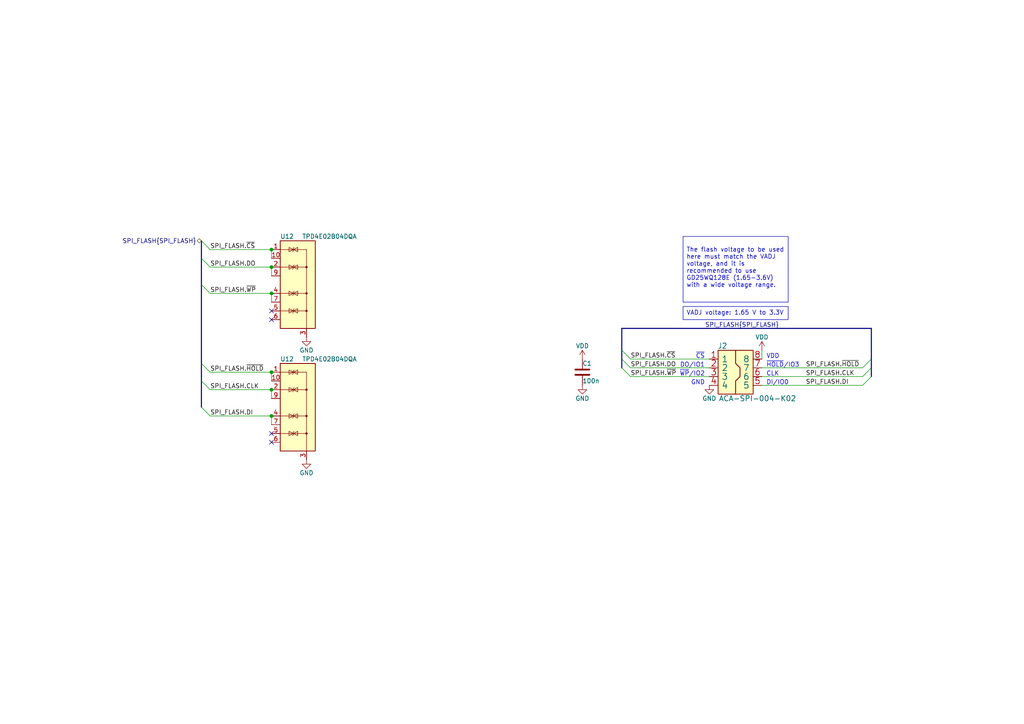
<source format=kicad_sch>
(kicad_sch (version 20230121) (generator eeschema)
  (paper "A4")
  (title_block (title "SPI FLASH") (date "2023-03-02") (rev "1.0.0") (company "CHIPS Alliance") (comment 1 "Rui Huang (2023-03-02)") (comment 2 "Rui Huang (2023-03-02)") (comment 4 "Rui Huang (2023-03-02)"))
  (lib_symbols
    (symbol "CHIPSAlliance_Connector:ACA-SPI-004-K02" (pin_names (offset 1.016))
      (property "Reference" "J" (at 0 0 0))
      (property "Value" "ACA-SPI-004-K02" (at 0 -15.24 0))
      (symbol "ACA-SPI-004-K02_0_1"
        (polyline (pts (xy 5.08 0) (xy 5.08 -3.81) (xy 6.35 -5.08) (xy 6.35 -7.62) (xy 5.08 -8.89) (xy 5.08 -12.7)) (stroke (width 0.254)))
        (rectangle (start 0 0) (end 10.16 -12.7) (stroke (width 0.254)) (fill (type background)))
        (pin passive line (at -2.54 -2.54 0) (length 2.54) (name "1") (number "1"))
        (pin passive line (at -2.54 -5.08 0) (length 2.54) (name "2") (number "2"))
        (pin passive line (at -2.54 -7.62 0) (length 2.54) (name "3") (number "3"))
        (pin passive line (at -2.54 -10.16 0) (length 2.54) (name "4") (number "4"))
        (pin passive line (at 12.7 -10.16 180) (length 2.54) (name "5") (number "5"))
        (pin passive line (at 12.7 -7.62 180) (length 2.54) (name "6") (number "6"))
        (pin passive line (at 12.7 -5.08 180) (length 2.54) (name "7") (number "7"))
        (pin passive line (at 12.7 -2.54 180) (length 2.54) (name "8") (number "8"))
      )
    )
    (symbol "Device:C" (pin_numbers hide) (pin_names (offset 0.254))
      (property "Reference" "C" (at 0.635 2.54 0))
      (property "Value" "C" (at 0.635 -2.54 0))
      (symbol "C_0_1"
        (polyline (pts (xy -2.032 -0.762) (xy 2.032 -0.762)) (stroke (width 0.508)))
        (polyline (pts (xy -2.032 0.762) (xy 2.032 0.762)) (stroke (width 0.508)))
      )
      (symbol "C_1_1"
        (pin passive line (at 0 3.81 270) (length 2.794) (name "~") (number "1"))
        (pin passive line (at 0 -3.81 90) (length 2.794) (name "~") (number "2"))
      )
    )
    (symbol "Power_Protection:TPD4E02B04DQA" (pin_names hide)
      (property "Reference" "U" (at 2.54 -11.43 0))
      (property "Value" "TPD4E02B04DQA" (at 7.62 1.905 0))
      (symbol "TPD4E02B04DQA_0_0"
        (pin passive line (at 2.54 -15.24 90) (length 2.54) (name "G") (number "3"))
      )
      (symbol "TPD4E02B04DQA_0_1"
        (rectangle (start -5.08 12.7) (end 5.08 -12.7) (stroke (width 0.254)) (fill (type background)))
        (polyline (pts (xy -5.08 -7.62) (xy 2.54 -7.62)))
        (polyline (pts (xy -5.08 -2.54) (xy 2.54 -2.54)))
        (polyline (pts (xy -5.08 5.08) (xy 2.54 5.08)))
        (polyline (pts (xy -5.08 10.16) (xy 2.54 10.16)))
        (polyline (pts (xy 2.54 10.16) (xy 2.54 -12.7)) (stroke (width 0.1524)))
        (polyline (pts (xy -1.27 -7.62) (xy 0 -8.255) (xy 0 -6.985) (xy -1.27 -7.62)))
        (polyline (pts (xy -1.27 -2.54) (xy 0 -3.175) (xy 0 -1.905) (xy -1.27 -2.54)))
        (polyline (pts (xy -1.27 5.08) (xy 0 4.445) (xy 0 5.715) (xy -1.27 5.08)))
        (polyline (pts (xy -1.27 10.16) (xy 0 9.525) (xy 0 10.795) (xy -1.27 10.16)))
        (circle (center 2.54 -7.62) (radius 0.254) (fill (type outline)))
        (circle (center 2.54 -2.54) (radius 0.254) (fill (type outline)))
        (circle (center 2.54 5.08) (radius 0.254) (fill (type outline)))
      )
      (symbol "TPD4E02B04DQA_1_1"
        (polyline (pts (xy -1.524 -8.255) (xy -1.27 -8.001) (xy -1.27 -7.239) (xy -1.016 -6.985)))
        (polyline (pts (xy -1.524 -3.175) (xy -1.27 -2.921) (xy -1.27 -2.159) (xy -1.016 -1.905)))
        (polyline (pts (xy -1.524 4.445) (xy -1.27 4.699) (xy -1.27 5.461) (xy -1.016 5.715)))
        (polyline (pts (xy -1.524 9.525) (xy -1.27 9.779) (xy -1.27 10.541) (xy -1.016 10.795)))
        (polyline (pts (xy -1.27 -7.62) (xy -2.54 -8.255) (xy -2.54 -6.985) (xy -1.27 -7.62)))
        (polyline (pts (xy -1.27 -2.54) (xy -2.54 -3.175) (xy -2.54 -1.905) (xy -1.27 -2.54)))
        (polyline (pts (xy -1.27 5.08) (xy -2.54 4.445) (xy -2.54 5.715) (xy -1.27 5.08)))
        (polyline (pts (xy -1.27 10.16) (xy -2.54 9.525) (xy -2.54 10.795) (xy -1.27 10.16)))
        (pin passive line (at -7.62 10.16 0) (length 2.54) (name "IO1") (number "1"))
        (pin free line (at -7.62 7.62 0) (length 2.54) (name "NC") (number "10"))
        (pin passive line (at -7.62 5.08 0) (length 2.54) (name "IO2") (number "2"))
        (pin passive line (at -7.62 -2.54 0) (length 2.54) (name "IO3") (number "4"))
        (pin passive line (at -7.62 -7.62 0) (length 2.54) (name "IO4") (number "5"))
        (pin free line (at -7.62 -10.16 0) (length 2.54) (name "NC") (number "6"))
        (pin free line (at -7.62 -5.08 0) (length 2.54) (name "NC") (number "7"))
        (pin passive line (at 2.54 -15.24 90) (length 2.54) hide (name "G") (number "8"))
        (pin free line (at -7.62 2.54 0) (length 2.54) (name "NC") (number "9"))
      )
    )
    (symbol "power:GND" (power) (pin_names (offset 0))
      (property "Value" "GND" (at 0 -3.81 0))
      (symbol "GND_0_1"
        (polyline (pts (xy 0 0) (xy 0 -1.27) (xy 1.27 -1.27) (xy 0 -2.54) (xy -1.27 -1.27) (xy 0 -1.27)))
      )
      (symbol "GND_1_1"
        (pin power_in line (at 0 0 270) (length 0) hide (name "GND") (number "1"))
      )
    )
    (symbol "power:VDD" (power) (pin_names (offset 0))
      (property "Value" "VDD" (at 0 3.81 0))
      (symbol "VDD_0_1"
        (polyline (pts (xy -0.762 1.27) (xy 0 2.54)))
        (polyline (pts (xy 0 0) (xy 0 2.54)))
        (polyline (pts (xy 0 2.54) (xy 0.762 1.27)))
      )
      (symbol "VDD_1_1"
        (pin power_in line (at 0 0 90) (length 0) hide (name "VDD") (number "1"))
      )
    )
  )
  (bus_alias "SPI_FLASH" (members "~{CS}" "DO" "~{WP}" "~{HOLD}" "CLK" "DI"))
  (junction (at 78.74 85.09))
  (junction (at 78.74 72.39))
  (junction (at 78.74 120.65))
  (junction (at 78.74 107.95))
  (junction (at 78.74 77.47))
  (junction (at 78.74 113.03))
  (no_connect (at 78.74 90.17))
  (no_connect (at 78.74 128.27))
  (no_connect (at 78.74 125.73))
  (no_connect (at 78.74 92.71))
  (bus_entry (at 250.19 111.76) (size 2.54 -2.54))
  (bus_entry (at 182.88 106.68) (size -2.54 -2.54))
  (bus_entry (at 58.42 69.85) (size 2.54 2.54))
  (bus_entry (at 182.88 109.22) (size -2.54 -2.54))
  (bus_entry (at 250.19 109.22) (size 2.54 -2.54))
  (bus_entry (at 58.42 82.55) (size 2.54 2.54))
  (bus_entry (at 58.42 118.11) (size 2.54 2.54))
  (bus_entry (at 58.42 110.49) (size 2.54 2.54))
  (bus_entry (at 182.88 104.14) (size -2.54 -2.54))
  (bus_entry (at 58.42 105.41) (size 2.54 2.54))
  (bus_entry (at 58.42 74.93) (size 2.54 2.54))
  (bus_entry (at 250.19 106.68) (size 2.54 -2.54))
  (bus (pts (xy 252.73 95.25) (xy 252.73 104.14)))
  (wire (pts (xy 182.88 109.22) (xy 205.74 109.22)))
  (wire (pts (xy 60.96 85.09) (xy 78.74 85.09)))
  (wire (pts (xy 78.74 72.39) (xy 78.74 74.93)))
  (bus (pts (xy 58.42 69.85) (xy 58.42 74.93)))
  (wire (pts (xy 78.74 123.19) (xy 78.74 120.65)))
  (bus (pts (xy 180.34 95.25) (xy 180.34 101.6)))
  (wire (pts (xy 182.88 106.68) (xy 205.74 106.68)))
  (wire (pts (xy 220.98 101.6) (xy 220.98 104.14)))
  (bus (pts (xy 180.34 104.14) (xy 180.34 106.68)))
  (wire (pts (xy 60.96 120.65) (xy 78.74 120.65)))
  (wire (pts (xy 220.98 106.68) (xy 250.19 106.68)))
  (bus (pts (xy 252.73 104.14) (xy 252.73 106.68)))
  (bus (pts (xy 58.42 110.49) (xy 58.42 118.11)))
  (bus (pts (xy 58.42 105.41) (xy 58.42 110.49)))
  (wire (pts (xy 78.74 113.03) (xy 78.74 115.57)))
  (bus (pts (xy 58.42 82.55) (xy 58.42 105.41)))
  (wire (pts (xy 220.98 111.76) (xy 250.19 111.76)))
  (wire (pts (xy 60.96 72.39) (xy 78.74 72.39)))
  (wire (pts (xy 78.74 87.63) (xy 78.74 85.09)))
  (bus (pts (xy 58.42 74.93) (xy 58.42 82.55)))
  (wire (pts (xy 60.96 113.03) (xy 78.74 113.03)))
  (bus (pts (xy 252.73 106.68) (xy 252.73 109.22)))
  (wire (pts (xy 60.96 77.47) (xy 78.74 77.47)))
  (bus (pts (xy 180.34 95.25) (xy 252.73 95.25)))
  (bus (pts (xy 180.34 101.6) (xy 180.34 104.14)))
  (wire (pts (xy 78.74 107.95) (xy 78.74 110.49)))
  (wire (pts (xy 182.88 104.14) (xy 205.74 104.14)))
  (wire (pts (xy 78.74 77.47) (xy 78.74 80.01)))
  (wire (pts (xy 220.98 109.22) (xy 250.19 109.22)))
  (wire (pts (xy 60.96 107.95) (xy 78.74 107.95)))
  (text_box "\nThe flash voltage to be used here must match the VADJ voltage, and it is recommended to use GD25WQ128E (1.65-3.6V) with a wide voltage range." (at 198.12 68.58 0) (size 30.48 19.05) (effects (font (size 1.27 1.27)) (justify left top)))
  (text_box "VADJ voltage: 1.65 V to 3.3V" (at 198.12 88.9 0) (size 30.48 3.81) (effects (font (size 1.27 1.27)) (justify left top)))
  (text "DO/IO1" (at 204.47 106.68 0) (effects (font (size 1.27 1.27)) (justify right bottom)))
  (text "~{WP}/IO2" (at 204.47 109.22 0) (effects (font (size 1.27 1.27)) (justify right bottom)))
  (text "CLK" (at 222.25 109.22 0) (effects (font (size 1.27 1.27)) (justify left bottom)))
  (text "~{CS}" (at 204.47 104.14 0) (effects (font (size 1.27 1.27)) (justify right bottom)))
  (text "DI/IO0" (at 222.25 111.76 0) (effects (font (size 1.27 1.27)) (justify left bottom)))
  (text "~{HOLD}/IO3" (at 222.25 106.68 0) (effects (font (size 1.27 1.27)) (justify left bottom)))
  (text "VDD" (at 222.25 104.14 0) (effects (font (size 1.27 1.27)) (justify left bottom)))
  (text "GND" (at 204.47 111.76 0) (effects (font (size 1.27 1.27)) (justify right bottom)))
  (label "SPI_FLASH.CLK" (at 60.96 113.03 0))
  (label "SPI_FLASH.DI" (at 233.68 111.76 0))
  (label "SPI_FLASH.~{CS}" (at 60.96 72.39 0))
  (label "SPI_FLASH.~{HOLD}" (at 233.68 106.68 0))
  (label "SPI_FLASH.~{CS}" (at 182.88 104.14 0))
  (label "SPI_FLASH.DO" (at 182.88 106.68 0))
  (label "SPI_FLASH.~{HOLD}" (at 60.96 107.95 0))
  (label "SPI_FLASH.~{WP}" (at 60.96 85.09 0))
  (label "SPI_FLASH.DI" (at 60.96 120.65 0))
  (label "SPI_FLASH.~{WP}" (at 182.88 109.22 0))
  (label "SPI_FLASH.DO" (at 60.96 77.47 0))
  (label "SPI_FLASH{SPI_FLASH}" (at 204.47 95.25 0))
  (label "SPI_FLASH.CLK" (at 233.68 109.22 0))
  (hierarchical_label "SPI_FLASH{SPI_FLASH}" (shape bidirectional) (at 58.42 69.85 180))
  (symbol (lib_id "Power_Protection:TPD4E02B04DQA") (at 86.36 82.55 0) (unit 1)
    (property "Reference" "U12" (at 81.28 68.58 0) (effects (justify left)))
    (property "Value" "TPD4E02B04DQA" (at 87.63 68.58 0) (effects (justify left)))
    (property "Footprint" "Package_SON:USON-10_2.5x1.0mm_P0.5mm" (effects hide))
    (property "Datasheet" "http://www.ti.com/lit/ds/symlink/tpd4e02b04.pdf" (effects hide))
    (instances (project "fmc_usb_gpio_spi_jtag" (path "" (reference "U12") (unit 1)) (path "" (reference "U19") (unit 1))))
  )
  (symbol (lib_id "Power_Protection:TPD4E02B04DQA") (at 86.36 118.11 0) (unit 1)
    (property "Reference" "U12" (at 81.28 104.14 0) (effects (justify left)))
    (property "Value" "TPD4E02B04DQA" (at 87.63 104.14 0) (effects (justify left)))
    (property "Footprint" "Package_SON:USON-10_2.5x1.0mm_P0.5mm" (effects hide))
    (property "Datasheet" "http://www.ti.com/lit/ds/symlink/tpd4e02b04.pdf" (effects hide))
    (instances (project "fmc_usb_gpio_spi_jtag" (path "" (reference "U12") (unit 1)) (path "" (reference "U20") (unit 1))))
  )
  (symbol (lib_id "power:VDD") (at 168.91 104.14 0) (unit 1)
    (property "Reference" "#PWR01" (effects hide))
    (property "Value" "VADJ" (at 168.91 100.33 0))
    (instances (project "fmc_usb_gpio_spi_jtag" (path "" (reference "#PWR01") (unit 1)) (path "" (reference "#PWR083") (unit 1)) (path "" (reference "#PWR087") (unit 1))))
  )
  (symbol (lib_id "power:GND") (at 205.74 111.76 0) (unit 1)
    (property "Reference" "#PWR02" (effects hide))
    (property "Value" "GND" (at 205.74 115.57 0))
    (instances (project "fmc_usb_gpio_spi_jtag" (path "" (reference "#PWR02") (unit 1)) (path "" (reference "#PWR084") (unit 1)) (path "" (reference "#PWR090") (unit 1))))
  )
  (symbol (lib_id "power:GND") (at 88.9 133.35 0) (unit 1)
    (property "Reference" "#PWR02" (effects hide))
    (property "Value" "GND" (at 88.9 137.16 0))
    (instances (project "fmc_usb_gpio_spi_jtag" (path "" (reference "#PWR02") (unit 1)) (path "" (reference "#PWR099") (unit 1)) (path "" (reference "#PWR0234") (unit 1)) (path "" (reference "#PWR0237") (unit 1))))
  )
  (symbol (lib_id "Device:C") (at 168.91 107.95 0) (unit 1)
    (property "Reference" "C1" (at 168.91 105.41 0) (effects (justify left)))
    (property "Value" "100n" (at 168.91 110.49 0) (effects (justify left)))
    (property "Footprint" "Capacitor_SMD:C_0402_1005Metric" (effects hide))
    (instances (project "fmc_usb_gpio_spi_jtag" (path "" (reference "C1") (unit 1)) (path "" (reference "C2") (unit 1)) (path "" (reference "C5") (unit 1))))
  )
  (symbol (lib_id "power:VDD") (at 220.98 101.6 0) (unit 1)
    (property "Reference" "#PWR01" (effects hide))
    (property "Value" "VADJ" (at 220.98 97.79 0))
    (instances (project "fmc_usb_gpio_spi_jtag" (path "" (reference "#PWR01") (unit 1)) (path "" (reference "#PWR083") (unit 1)) (path "" (reference "#PWR089") (unit 1))))
  )
  (symbol (lib_id "CHIPSAlliance_Connector:ACA-SPI-004-K02") (at 208.28 101.6 0) (unit 1)
    (property "Reference" "J2" (at 209.55 100.33 0) (effects (font (size 1.524 1.524))))
    (property "Value" "ACA-SPI-004-K02" (at 219.71 115.57 0) (effects (font (size 1.524 1.524))))
    (property "Footprint" "CHIPSAlliance_Connector:ACA-SPI-004" (effects hide))
    (property "Datasheet" "https://atta.szlcsc.com/upload/public/pdf/source/20201125/C962129_3BCCA5D90998541809E80F476B537BA8.pdf" (effects hide))
  )
  (symbol (lib_id "power:GND") (at 168.91 111.76 0) (unit 1)
    (property "Reference" "#PWR02" (effects hide))
    (property "Value" "GND" (at 168.91 115.57 0))
    (instances (project "fmc_usb_gpio_spi_jtag" (path "" (reference "#PWR02") (unit 1)) (path "" (reference "#PWR084") (unit 1)) (path "" (reference "#PWR088") (unit 1))))
  )
  (symbol (lib_id "power:GND") (at 88.9 97.79 0) (unit 1)
    (property "Reference" "#PWR02" (effects hide))
    (property "Value" "GND" (at 88.9 101.6 0))
    (instances (project "fmc_usb_gpio_spi_jtag" (path "" (reference "#PWR02") (unit 1)) (path "" (reference "#PWR099") (unit 1)) (path "" (reference "#PWR0234") (unit 1)) (path "" (reference "#PWR0236") (unit 1))))
  )
)
</source>
